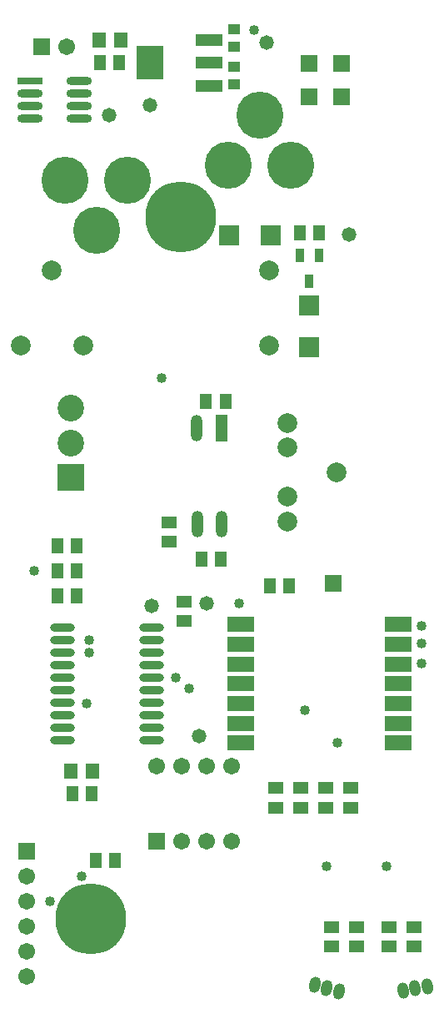
<source format=gts>
%FSTAX24Y24*%
%MOIN*%
G70*
G01*
G75*
G04 Layer_Color=8388736*
%ADD10O,0.0394X0.0984*%
%ADD11R,0.0394X0.0984*%
%ADD12R,0.0394X0.0512*%
%ADD13R,0.0709X0.0709*%
%ADD14R,0.0472X0.0512*%
%ADD15R,0.1004X0.0374*%
%ADD16R,0.1004X0.1299*%
%ADD17O,0.0945X0.0236*%
%ADD18R,0.0945X0.0236*%
%ADD19R,0.0512X0.0394*%
%ADD20R,0.0630X0.0630*%
%ADD21R,0.0374X0.0315*%
%ADD22R,0.0984X0.0512*%
%ADD23O,0.0906X0.0236*%
%ADD24R,0.0709X0.0709*%
%ADD25R,0.0256X0.0472*%
%ADD26C,0.0100*%
%ADD27C,0.0300*%
%ADD28C,0.0250*%
%ADD29C,0.0400*%
%ADD30C,0.0600*%
%ADD31C,0.0200*%
%ADD32C,0.0080*%
%ADD33C,0.0060*%
%ADD34C,0.2756*%
%ADD35C,0.0709*%
%ADD36C,0.0984*%
%ADD37R,0.0984X0.0984*%
G04:AMPARAMS|DCode=38|XSize=37.4mil|YSize=57.1mil|CornerRadius=0mil|HoleSize=0mil|Usage=FLASHONLY|Rotation=345.000|XOffset=0mil|YOffset=0mil|HoleType=Round|Shape=Round|*
%AMOVALD38*
21,1,0.0197,0.0374,0.0000,0.0000,75.0*
1,1,0.0374,-0.0025,-0.0095*
1,1,0.0374,0.0025,0.0095*
%
%ADD38OVALD38*%

G04:AMPARAMS|DCode=39|XSize=37.4mil|YSize=57.1mil|CornerRadius=0mil|HoleSize=0mil|Usage=FLASHONLY|Rotation=10.000|XOffset=0mil|YOffset=0mil|HoleType=Round|Shape=Round|*
%AMOVALD39*
21,1,0.0197,0.0374,0.0000,0.0000,100.0*
1,1,0.0374,0.0017,-0.0097*
1,1,0.0374,-0.0017,0.0097*
%
%ADD39OVALD39*%

%ADD40R,0.0591X0.0591*%
%ADD41C,0.0591*%
%ADD42R,0.0591X0.0591*%
%ADD43C,0.1800*%
%ADD44C,0.0320*%
%ADD45C,0.0500*%
%ADD46C,0.0098*%
%ADD47C,0.0079*%
%ADD48C,0.0236*%
%ADD49C,0.0040*%
%ADD50C,0.0030*%
G04:AMPARAMS|DCode=51|XSize=165.4mil|YSize=0mil|CornerRadius=0mil|HoleSize=0mil|Usage=FLASHONLY|Rotation=345.000|XOffset=0mil|YOffset=0mil|HoleType=Round|Shape=Rectangle|*
%AMROTATEDRECTD51*
4,1,4,-0.0799,0.0214,-0.0799,0.0214,0.0799,-0.0214,0.0799,-0.0214,-0.0799,0.0214,0.0*
%
%ADD51ROTATEDRECTD51*%

G04:AMPARAMS|DCode=52|XSize=173.2mil|YSize=15.7mil|CornerRadius=0mil|HoleSize=0mil|Usage=FLASHONLY|Rotation=345.000|XOffset=0mil|YOffset=0mil|HoleType=Round|Shape=Rectangle|*
%AMROTATEDRECTD52*
4,1,4,-0.0857,0.0148,-0.0816,0.0300,0.0857,-0.0148,0.0816,-0.0300,-0.0857,0.0148,0.0*
%
%ADD52ROTATEDRECTD52*%

G04:AMPARAMS|DCode=53|XSize=165.4mil|YSize=0mil|CornerRadius=0mil|HoleSize=0mil|Usage=FLASHONLY|Rotation=10.000|XOffset=0mil|YOffset=0mil|HoleType=Round|Shape=Rectangle|*
%AMROTATEDRECTD53*
4,1,4,-0.0814,-0.0144,-0.0814,-0.0144,0.0814,0.0144,0.0814,0.0144,-0.0814,-0.0144,0.0*
%
%ADD53ROTATEDRECTD53*%

G04:AMPARAMS|DCode=54|XSize=173.2mil|YSize=15.7mil|CornerRadius=0mil|HoleSize=0mil|Usage=FLASHONLY|Rotation=10.000|XOffset=0mil|YOffset=0mil|HoleType=Round|Shape=Rectangle|*
%AMROTATEDRECTD54*
4,1,4,-0.0839,-0.0228,-0.0867,-0.0073,0.0839,0.0228,0.0867,0.0073,-0.0839,-0.0228,0.0*
%
%ADD54ROTATEDRECTD54*%

%ADD55O,0.0474X0.1064*%
%ADD56R,0.0474X0.1064*%
%ADD57R,0.0474X0.0592*%
%ADD58R,0.0789X0.0789*%
%ADD59R,0.0552X0.0592*%
%ADD60R,0.1084X0.0454*%
%ADD61R,0.1084X0.1379*%
%ADD62O,0.1025X0.0316*%
%ADD63R,0.1025X0.0316*%
%ADD64R,0.0592X0.0474*%
%ADD65R,0.0710X0.0710*%
%ADD66R,0.0454X0.0395*%
%ADD67R,0.1064X0.0592*%
%ADD68O,0.0986X0.0316*%
%ADD69R,0.0789X0.0789*%
%ADD70R,0.0336X0.0552*%
%ADD71C,0.2836*%
%ADD72C,0.0789*%
%ADD73C,0.1064*%
%ADD74R,0.1064X0.1064*%
G04:AMPARAMS|DCode=75|XSize=45.4mil|YSize=65.1mil|CornerRadius=0mil|HoleSize=0mil|Usage=FLASHONLY|Rotation=345.000|XOffset=0mil|YOffset=0mil|HoleType=Round|Shape=Round|*
%AMOVALD75*
21,1,0.0197,0.0454,0.0000,0.0000,75.0*
1,1,0.0454,-0.0025,-0.0095*
1,1,0.0454,0.0025,0.0095*
%
%ADD75OVALD75*%

G04:AMPARAMS|DCode=76|XSize=45.4mil|YSize=65.1mil|CornerRadius=0mil|HoleSize=0mil|Usage=FLASHONLY|Rotation=10.000|XOffset=0mil|YOffset=0mil|HoleType=Round|Shape=Round|*
%AMOVALD76*
21,1,0.0197,0.0454,0.0000,0.0000,100.0*
1,1,0.0454,0.0017,-0.0097*
1,1,0.0454,-0.0017,0.0097*
%
%ADD76OVALD76*%

%ADD77R,0.0671X0.0671*%
%ADD78C,0.0671*%
%ADD79R,0.0671X0.0671*%
%ADD80C,0.1880*%
%ADD81C,0.0400*%
%ADD82C,0.0580*%
D55*
X193702Y153491D02*
D03*
X192718D02*
D03*
X192698Y157309D02*
D03*
D56*
X193702Y157309D02*
D03*
D57*
X193069Y158366D02*
D03*
X193857D02*
D03*
X196394Y151D02*
D03*
X195606D02*
D03*
X187706Y1427D02*
D03*
X188494D02*
D03*
X189594Y1719D02*
D03*
X188806D02*
D03*
X187106Y1506D02*
D03*
X187894D02*
D03*
X187106Y1516D02*
D03*
X187894D02*
D03*
Y1526D02*
D03*
X187106D02*
D03*
X197594Y1651D02*
D03*
X196806D02*
D03*
X189434Y14006D02*
D03*
X188646D02*
D03*
X192872Y152067D02*
D03*
X19366D02*
D03*
D58*
X19399Y165D02*
D03*
X195644D02*
D03*
D59*
X188527Y1436D02*
D03*
X187661D02*
D03*
X188773Y1728D02*
D03*
X189639D02*
D03*
D60*
X193171Y170994D02*
D03*
Y1719D02*
D03*
Y172806D02*
D03*
D61*
X190829Y1719D02*
D03*
D62*
X187984Y16969D02*
D03*
Y17019D02*
D03*
Y17069D02*
D03*
Y17119D02*
D03*
X186016Y16969D02*
D03*
Y17019D02*
D03*
Y17069D02*
D03*
D63*
Y17119D02*
D03*
D64*
X1991Y136606D02*
D03*
Y137394D02*
D03*
X2014Y136606D02*
D03*
Y137394D02*
D03*
X1981D02*
D03*
Y136606D02*
D03*
X2004Y137394D02*
D03*
Y136606D02*
D03*
X1922Y150394D02*
D03*
Y149606D02*
D03*
X19159Y152766D02*
D03*
Y153554D02*
D03*
X19585Y142156D02*
D03*
Y142944D02*
D03*
X19685Y142156D02*
D03*
Y142944D02*
D03*
X19785Y142156D02*
D03*
Y142944D02*
D03*
X19885Y142156D02*
D03*
Y142944D02*
D03*
D65*
X1972Y171869D02*
D03*
Y170531D02*
D03*
X1985Y170531D02*
D03*
Y171869D02*
D03*
D66*
X1942Y171754D02*
D03*
Y171046D02*
D03*
Y173254D02*
D03*
Y172546D02*
D03*
D67*
X19445Y149462D02*
D03*
Y148675D02*
D03*
Y147887D02*
D03*
Y1471D02*
D03*
Y146313D02*
D03*
Y145525D02*
D03*
Y144738D02*
D03*
X20075Y149462D02*
D03*
Y148675D02*
D03*
Y147887D02*
D03*
Y1471D02*
D03*
Y146313D02*
D03*
Y145525D02*
D03*
Y144738D02*
D03*
D68*
X190891Y14485D02*
D03*
Y14535D02*
D03*
Y14585D02*
D03*
Y14635D02*
D03*
Y14685D02*
D03*
Y14735D02*
D03*
Y14785D02*
D03*
Y14835D02*
D03*
Y14885D02*
D03*
Y14935D02*
D03*
X187309Y14485D02*
D03*
Y14535D02*
D03*
Y14585D02*
D03*
Y14635D02*
D03*
Y14685D02*
D03*
Y14735D02*
D03*
Y14785D02*
D03*
Y14835D02*
D03*
Y14885D02*
D03*
Y14935D02*
D03*
D69*
X1972Y160546D02*
D03*
Y1622D02*
D03*
D70*
Y163178D02*
D03*
X197574Y164222D02*
D03*
X196826D02*
D03*
D71*
X19205Y16573D02*
D03*
X188443Y137696D02*
D03*
D72*
X1956Y1636D02*
D03*
Y1606D02*
D03*
X186899Y1636D02*
D03*
X185639Y1606D02*
D03*
X188159D02*
D03*
X1983Y15555D02*
D03*
X196332Y153581D02*
D03*
Y157519D02*
D03*
Y154566D02*
D03*
Y156534D02*
D03*
D73*
X187655Y156722D02*
D03*
Y1581D02*
D03*
D74*
Y155344D02*
D03*
D75*
X198375Y134808D02*
D03*
X197892Y134937D02*
D03*
X197409Y135067D02*
D03*
D76*
X201928Y135024D02*
D03*
X201435Y134937D02*
D03*
X200943Y134851D02*
D03*
D77*
X186475Y172539D02*
D03*
X19814Y1511D02*
D03*
D78*
X187475Y172539D02*
D03*
X1859Y1394D02*
D03*
Y1384D02*
D03*
Y1374D02*
D03*
Y1364D02*
D03*
Y1354D02*
D03*
X192077Y140822D02*
D03*
X193077D02*
D03*
X194077D02*
D03*
X191077Y143822D02*
D03*
X192077D02*
D03*
X193077D02*
D03*
X194077D02*
D03*
D79*
X1859Y1404D02*
D03*
X191077Y140822D02*
D03*
D80*
X195205Y169815D02*
D03*
X196455Y167815D02*
D03*
X193955D02*
D03*
X189927Y167224D02*
D03*
X187427D02*
D03*
X188677Y165224D02*
D03*
D81*
X195Y1732D02*
D03*
X1913Y1593D02*
D03*
X1862Y1516D02*
D03*
X1979Y1398D02*
D03*
X2003D02*
D03*
X1883Y1463D02*
D03*
X1884Y14885D02*
D03*
Y14835D02*
D03*
X2017Y1494D02*
D03*
Y1487D02*
D03*
Y1479D02*
D03*
X1924Y1469D02*
D03*
X19185Y14735D02*
D03*
X1944Y1503D02*
D03*
X19703Y14603D02*
D03*
X19831Y14475D02*
D03*
X18682Y1384D02*
D03*
X18808Y1394D02*
D03*
D82*
X190829Y1702D02*
D03*
X1909Y1502D02*
D03*
X1928Y145D02*
D03*
X1931Y1503D02*
D03*
X1955Y1727D02*
D03*
X18919Y16981D02*
D03*
X19878Y16503D02*
D03*
M02*

</source>
